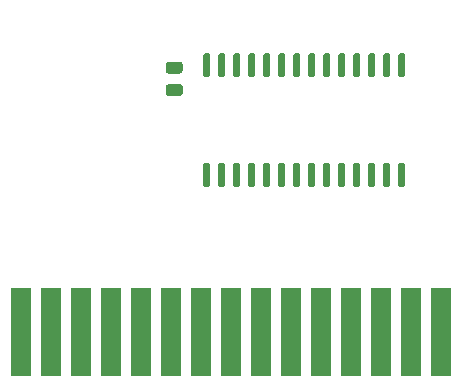
<source format=gbr>
G04 #@! TF.GenerationSoftware,KiCad,Pcbnew,(5.1.8)-1*
G04 #@! TF.CreationDate,2020-11-28T19:45:41+01:00*
G04 #@! TF.ProjectId,MM1_EEPROM_32k_A,4d4d315f-4545-4505-924f-4d5f33326b5f,R1*
G04 #@! TF.SameCoordinates,PX6b49d20PY52f83c0*
G04 #@! TF.FileFunction,Soldermask,Top*
G04 #@! TF.FilePolarity,Negative*
%FSLAX46Y46*%
G04 Gerber Fmt 4.6, Leading zero omitted, Abs format (unit mm)*
G04 Created by KiCad (PCBNEW (5.1.8)-1) date 2020-11-28 19:45:41*
%MOMM*%
%LPD*%
G01*
G04 APERTURE LIST*
%ADD10R,1.700000X7.500000*%
G04 APERTURE END LIST*
G36*
G01*
X20025000Y-7050000D02*
X20975000Y-7050000D01*
G75*
G02*
X21225000Y-7300000I0J-250000D01*
G01*
X21225000Y-7800000D01*
G75*
G02*
X20975000Y-8050000I-250000J0D01*
G01*
X20025000Y-8050000D01*
G75*
G02*
X19775000Y-7800000I0J250000D01*
G01*
X19775000Y-7300000D01*
G75*
G02*
X20025000Y-7050000I250000J0D01*
G01*
G37*
G36*
G01*
X20025000Y-8950000D02*
X20975000Y-8950000D01*
G75*
G02*
X21225000Y-9200000I0J-250000D01*
G01*
X21225000Y-9700000D01*
G75*
G02*
X20975000Y-9950000I-250000J0D01*
G01*
X20025000Y-9950000D01*
G75*
G02*
X19775000Y-9700000I0J250000D01*
G01*
X19775000Y-9200000D01*
G75*
G02*
X20025000Y-8950000I250000J0D01*
G01*
G37*
D10*
X7530000Y-29890000D03*
X10070000Y-29890000D03*
X12610000Y-29890000D03*
X15150000Y-29890000D03*
X17690000Y-29890000D03*
X20230000Y-29890000D03*
X22770000Y-29890000D03*
X25310000Y-29890000D03*
X27850000Y-29890000D03*
X30390000Y-29890000D03*
X32930000Y-29890000D03*
X35470000Y-29890000D03*
X38010000Y-29890000D03*
X40550000Y-29890000D03*
X43090000Y-29890000D03*
G36*
G01*
X23395000Y-17675000D02*
X23095000Y-17675000D01*
G75*
G02*
X22945000Y-17525000I0J150000D01*
G01*
X22945000Y-15775000D01*
G75*
G02*
X23095000Y-15625000I150000J0D01*
G01*
X23395000Y-15625000D01*
G75*
G02*
X23545000Y-15775000I0J-150000D01*
G01*
X23545000Y-17525000D01*
G75*
G02*
X23395000Y-17675000I-150000J0D01*
G01*
G37*
G36*
G01*
X24665000Y-17675000D02*
X24365000Y-17675000D01*
G75*
G02*
X24215000Y-17525000I0J150000D01*
G01*
X24215000Y-15775000D01*
G75*
G02*
X24365000Y-15625000I150000J0D01*
G01*
X24665000Y-15625000D01*
G75*
G02*
X24815000Y-15775000I0J-150000D01*
G01*
X24815000Y-17525000D01*
G75*
G02*
X24665000Y-17675000I-150000J0D01*
G01*
G37*
G36*
G01*
X25935000Y-17675000D02*
X25635000Y-17675000D01*
G75*
G02*
X25485000Y-17525000I0J150000D01*
G01*
X25485000Y-15775000D01*
G75*
G02*
X25635000Y-15625000I150000J0D01*
G01*
X25935000Y-15625000D01*
G75*
G02*
X26085000Y-15775000I0J-150000D01*
G01*
X26085000Y-17525000D01*
G75*
G02*
X25935000Y-17675000I-150000J0D01*
G01*
G37*
G36*
G01*
X27205000Y-17675000D02*
X26905000Y-17675000D01*
G75*
G02*
X26755000Y-17525000I0J150000D01*
G01*
X26755000Y-15775000D01*
G75*
G02*
X26905000Y-15625000I150000J0D01*
G01*
X27205000Y-15625000D01*
G75*
G02*
X27355000Y-15775000I0J-150000D01*
G01*
X27355000Y-17525000D01*
G75*
G02*
X27205000Y-17675000I-150000J0D01*
G01*
G37*
G36*
G01*
X28475000Y-17675000D02*
X28175000Y-17675000D01*
G75*
G02*
X28025000Y-17525000I0J150000D01*
G01*
X28025000Y-15775000D01*
G75*
G02*
X28175000Y-15625000I150000J0D01*
G01*
X28475000Y-15625000D01*
G75*
G02*
X28625000Y-15775000I0J-150000D01*
G01*
X28625000Y-17525000D01*
G75*
G02*
X28475000Y-17675000I-150000J0D01*
G01*
G37*
G36*
G01*
X29745000Y-17675000D02*
X29445000Y-17675000D01*
G75*
G02*
X29295000Y-17525000I0J150000D01*
G01*
X29295000Y-15775000D01*
G75*
G02*
X29445000Y-15625000I150000J0D01*
G01*
X29745000Y-15625000D01*
G75*
G02*
X29895000Y-15775000I0J-150000D01*
G01*
X29895000Y-17525000D01*
G75*
G02*
X29745000Y-17675000I-150000J0D01*
G01*
G37*
G36*
G01*
X31015000Y-17675000D02*
X30715000Y-17675000D01*
G75*
G02*
X30565000Y-17525000I0J150000D01*
G01*
X30565000Y-15775000D01*
G75*
G02*
X30715000Y-15625000I150000J0D01*
G01*
X31015000Y-15625000D01*
G75*
G02*
X31165000Y-15775000I0J-150000D01*
G01*
X31165000Y-17525000D01*
G75*
G02*
X31015000Y-17675000I-150000J0D01*
G01*
G37*
G36*
G01*
X32285000Y-17675000D02*
X31985000Y-17675000D01*
G75*
G02*
X31835000Y-17525000I0J150000D01*
G01*
X31835000Y-15775000D01*
G75*
G02*
X31985000Y-15625000I150000J0D01*
G01*
X32285000Y-15625000D01*
G75*
G02*
X32435000Y-15775000I0J-150000D01*
G01*
X32435000Y-17525000D01*
G75*
G02*
X32285000Y-17675000I-150000J0D01*
G01*
G37*
G36*
G01*
X33555000Y-17675000D02*
X33255000Y-17675000D01*
G75*
G02*
X33105000Y-17525000I0J150000D01*
G01*
X33105000Y-15775000D01*
G75*
G02*
X33255000Y-15625000I150000J0D01*
G01*
X33555000Y-15625000D01*
G75*
G02*
X33705000Y-15775000I0J-150000D01*
G01*
X33705000Y-17525000D01*
G75*
G02*
X33555000Y-17675000I-150000J0D01*
G01*
G37*
G36*
G01*
X34825000Y-17675000D02*
X34525000Y-17675000D01*
G75*
G02*
X34375000Y-17525000I0J150000D01*
G01*
X34375000Y-15775000D01*
G75*
G02*
X34525000Y-15625000I150000J0D01*
G01*
X34825000Y-15625000D01*
G75*
G02*
X34975000Y-15775000I0J-150000D01*
G01*
X34975000Y-17525000D01*
G75*
G02*
X34825000Y-17675000I-150000J0D01*
G01*
G37*
G36*
G01*
X36095000Y-17675000D02*
X35795000Y-17675000D01*
G75*
G02*
X35645000Y-17525000I0J150000D01*
G01*
X35645000Y-15775000D01*
G75*
G02*
X35795000Y-15625000I150000J0D01*
G01*
X36095000Y-15625000D01*
G75*
G02*
X36245000Y-15775000I0J-150000D01*
G01*
X36245000Y-17525000D01*
G75*
G02*
X36095000Y-17675000I-150000J0D01*
G01*
G37*
G36*
G01*
X37365000Y-17675000D02*
X37065000Y-17675000D01*
G75*
G02*
X36915000Y-17525000I0J150000D01*
G01*
X36915000Y-15775000D01*
G75*
G02*
X37065000Y-15625000I150000J0D01*
G01*
X37365000Y-15625000D01*
G75*
G02*
X37515000Y-15775000I0J-150000D01*
G01*
X37515000Y-17525000D01*
G75*
G02*
X37365000Y-17675000I-150000J0D01*
G01*
G37*
G36*
G01*
X38635000Y-17675000D02*
X38335000Y-17675000D01*
G75*
G02*
X38185000Y-17525000I0J150000D01*
G01*
X38185000Y-15775000D01*
G75*
G02*
X38335000Y-15625000I150000J0D01*
G01*
X38635000Y-15625000D01*
G75*
G02*
X38785000Y-15775000I0J-150000D01*
G01*
X38785000Y-17525000D01*
G75*
G02*
X38635000Y-17675000I-150000J0D01*
G01*
G37*
G36*
G01*
X39905000Y-17675000D02*
X39605000Y-17675000D01*
G75*
G02*
X39455000Y-17525000I0J150000D01*
G01*
X39455000Y-15775000D01*
G75*
G02*
X39605000Y-15625000I150000J0D01*
G01*
X39905000Y-15625000D01*
G75*
G02*
X40055000Y-15775000I0J-150000D01*
G01*
X40055000Y-17525000D01*
G75*
G02*
X39905000Y-17675000I-150000J0D01*
G01*
G37*
G36*
G01*
X39905000Y-8375000D02*
X39605000Y-8375000D01*
G75*
G02*
X39455000Y-8225000I0J150000D01*
G01*
X39455000Y-6475000D01*
G75*
G02*
X39605000Y-6325000I150000J0D01*
G01*
X39905000Y-6325000D01*
G75*
G02*
X40055000Y-6475000I0J-150000D01*
G01*
X40055000Y-8225000D01*
G75*
G02*
X39905000Y-8375000I-150000J0D01*
G01*
G37*
G36*
G01*
X38635000Y-8375000D02*
X38335000Y-8375000D01*
G75*
G02*
X38185000Y-8225000I0J150000D01*
G01*
X38185000Y-6475000D01*
G75*
G02*
X38335000Y-6325000I150000J0D01*
G01*
X38635000Y-6325000D01*
G75*
G02*
X38785000Y-6475000I0J-150000D01*
G01*
X38785000Y-8225000D01*
G75*
G02*
X38635000Y-8375000I-150000J0D01*
G01*
G37*
G36*
G01*
X37365000Y-8375000D02*
X37065000Y-8375000D01*
G75*
G02*
X36915000Y-8225000I0J150000D01*
G01*
X36915000Y-6475000D01*
G75*
G02*
X37065000Y-6325000I150000J0D01*
G01*
X37365000Y-6325000D01*
G75*
G02*
X37515000Y-6475000I0J-150000D01*
G01*
X37515000Y-8225000D01*
G75*
G02*
X37365000Y-8375000I-150000J0D01*
G01*
G37*
G36*
G01*
X36095000Y-8375000D02*
X35795000Y-8375000D01*
G75*
G02*
X35645000Y-8225000I0J150000D01*
G01*
X35645000Y-6475000D01*
G75*
G02*
X35795000Y-6325000I150000J0D01*
G01*
X36095000Y-6325000D01*
G75*
G02*
X36245000Y-6475000I0J-150000D01*
G01*
X36245000Y-8225000D01*
G75*
G02*
X36095000Y-8375000I-150000J0D01*
G01*
G37*
G36*
G01*
X34825000Y-8375000D02*
X34525000Y-8375000D01*
G75*
G02*
X34375000Y-8225000I0J150000D01*
G01*
X34375000Y-6475000D01*
G75*
G02*
X34525000Y-6325000I150000J0D01*
G01*
X34825000Y-6325000D01*
G75*
G02*
X34975000Y-6475000I0J-150000D01*
G01*
X34975000Y-8225000D01*
G75*
G02*
X34825000Y-8375000I-150000J0D01*
G01*
G37*
G36*
G01*
X33555000Y-8375000D02*
X33255000Y-8375000D01*
G75*
G02*
X33105000Y-8225000I0J150000D01*
G01*
X33105000Y-6475000D01*
G75*
G02*
X33255000Y-6325000I150000J0D01*
G01*
X33555000Y-6325000D01*
G75*
G02*
X33705000Y-6475000I0J-150000D01*
G01*
X33705000Y-8225000D01*
G75*
G02*
X33555000Y-8375000I-150000J0D01*
G01*
G37*
G36*
G01*
X32285000Y-8375000D02*
X31985000Y-8375000D01*
G75*
G02*
X31835000Y-8225000I0J150000D01*
G01*
X31835000Y-6475000D01*
G75*
G02*
X31985000Y-6325000I150000J0D01*
G01*
X32285000Y-6325000D01*
G75*
G02*
X32435000Y-6475000I0J-150000D01*
G01*
X32435000Y-8225000D01*
G75*
G02*
X32285000Y-8375000I-150000J0D01*
G01*
G37*
G36*
G01*
X31015000Y-8375000D02*
X30715000Y-8375000D01*
G75*
G02*
X30565000Y-8225000I0J150000D01*
G01*
X30565000Y-6475000D01*
G75*
G02*
X30715000Y-6325000I150000J0D01*
G01*
X31015000Y-6325000D01*
G75*
G02*
X31165000Y-6475000I0J-150000D01*
G01*
X31165000Y-8225000D01*
G75*
G02*
X31015000Y-8375000I-150000J0D01*
G01*
G37*
G36*
G01*
X29745000Y-8375000D02*
X29445000Y-8375000D01*
G75*
G02*
X29295000Y-8225000I0J150000D01*
G01*
X29295000Y-6475000D01*
G75*
G02*
X29445000Y-6325000I150000J0D01*
G01*
X29745000Y-6325000D01*
G75*
G02*
X29895000Y-6475000I0J-150000D01*
G01*
X29895000Y-8225000D01*
G75*
G02*
X29745000Y-8375000I-150000J0D01*
G01*
G37*
G36*
G01*
X28475000Y-8375000D02*
X28175000Y-8375000D01*
G75*
G02*
X28025000Y-8225000I0J150000D01*
G01*
X28025000Y-6475000D01*
G75*
G02*
X28175000Y-6325000I150000J0D01*
G01*
X28475000Y-6325000D01*
G75*
G02*
X28625000Y-6475000I0J-150000D01*
G01*
X28625000Y-8225000D01*
G75*
G02*
X28475000Y-8375000I-150000J0D01*
G01*
G37*
G36*
G01*
X27205000Y-8375000D02*
X26905000Y-8375000D01*
G75*
G02*
X26755000Y-8225000I0J150000D01*
G01*
X26755000Y-6475000D01*
G75*
G02*
X26905000Y-6325000I150000J0D01*
G01*
X27205000Y-6325000D01*
G75*
G02*
X27355000Y-6475000I0J-150000D01*
G01*
X27355000Y-8225000D01*
G75*
G02*
X27205000Y-8375000I-150000J0D01*
G01*
G37*
G36*
G01*
X25935000Y-8375000D02*
X25635000Y-8375000D01*
G75*
G02*
X25485000Y-8225000I0J150000D01*
G01*
X25485000Y-6475000D01*
G75*
G02*
X25635000Y-6325000I150000J0D01*
G01*
X25935000Y-6325000D01*
G75*
G02*
X26085000Y-6475000I0J-150000D01*
G01*
X26085000Y-8225000D01*
G75*
G02*
X25935000Y-8375000I-150000J0D01*
G01*
G37*
G36*
G01*
X24665000Y-8375000D02*
X24365000Y-8375000D01*
G75*
G02*
X24215000Y-8225000I0J150000D01*
G01*
X24215000Y-6475000D01*
G75*
G02*
X24365000Y-6325000I150000J0D01*
G01*
X24665000Y-6325000D01*
G75*
G02*
X24815000Y-6475000I0J-150000D01*
G01*
X24815000Y-8225000D01*
G75*
G02*
X24665000Y-8375000I-150000J0D01*
G01*
G37*
G36*
G01*
X23395000Y-8375000D02*
X23095000Y-8375000D01*
G75*
G02*
X22945000Y-8225000I0J150000D01*
G01*
X22945000Y-6475000D01*
G75*
G02*
X23095000Y-6325000I150000J0D01*
G01*
X23395000Y-6325000D01*
G75*
G02*
X23545000Y-6475000I0J-150000D01*
G01*
X23545000Y-8225000D01*
G75*
G02*
X23395000Y-8375000I-150000J0D01*
G01*
G37*
M02*

</source>
